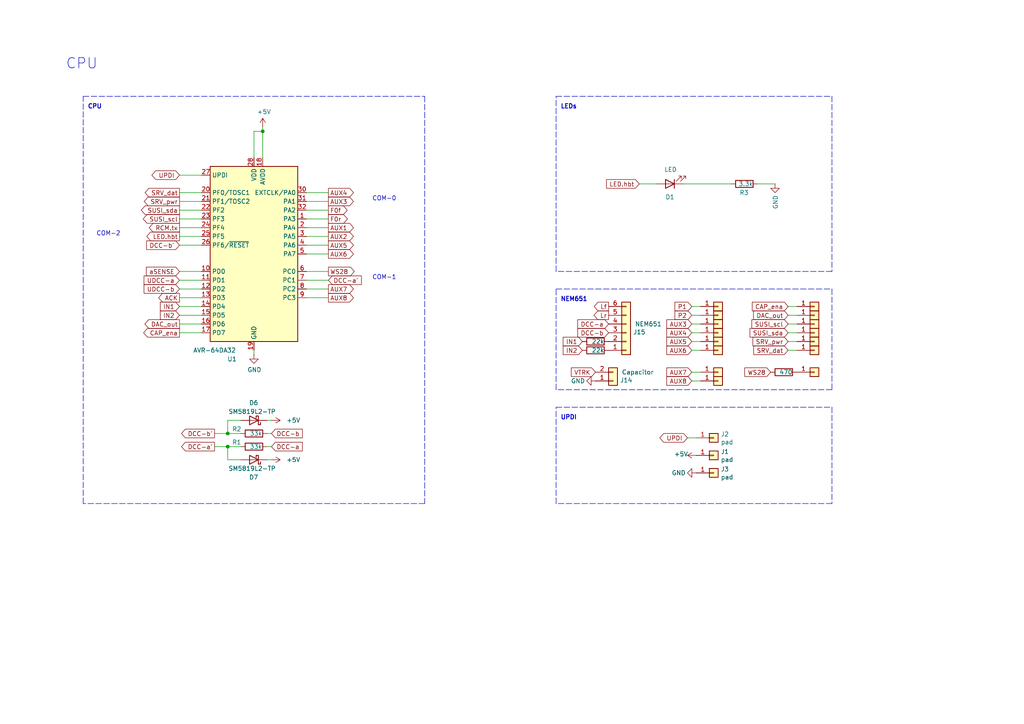
<source format=kicad_sch>
(kicad_sch (version 20250114) (generator "eeschema") (generator_version "9.0")
  (paper "A4")
  (title_block (title "RTB D98-Function NEM651 Decoder") (date "2026-02-20") (rev "0") (company "Frank Schumacher/Felix Schilberth") (comment 1 "Funktions Decoder NEM651") (comment 4 "Licensed under the Apache License, Version 2"))
  (lib_symbols
    (symbol "Connector_Generic:Conn_01x01" (pin_names (offset 1.016) (hide yes))
      (property "Reference" "J" (at 0 2.54 0))
      (property "Value" "Conn_01x01" (at 0 -2.54 0))
      (symbol "Conn_01x01_1_1"
        (rectangle (start -1.27 1.27) (end 1.27 -1.27) (stroke (width 0.254)) (fill (type background)))
        (rectangle (start -1.27 0.127) (end 0 -0.127) (stroke (width 0.1524)))
        (pin passive line (at -5.08 0 0) (length 3.81) (name "Pin_1") (number "1"))
      )
    )
    (symbol "Connector_Generic:Conn_01x02" (pin_names (offset 1.016) (hide yes))
      (property "Reference" "J" (at 0 2.54 0))
      (property "Value" "Conn_01x02" (at 0 -5.08 0))
      (symbol "Conn_01x02_1_1"
        (rectangle (start -1.27 1.27) (end 1.27 -3.81) (stroke (width 0.254)) (fill (type background)))
        (rectangle (start -1.27 0.127) (end 0 -0.127) (stroke (width 0.1524)))
        (rectangle (start -1.27 -2.413) (end 0 -2.667) (stroke (width 0.1524)))
        (pin passive line (at -5.08 0 0) (length 3.81) (name "Pin_1") (number "1"))
        (pin passive line (at -5.08 -2.54 0) (length 3.81) (name "Pin_2") (number "2"))
      )
    )
    (symbol "Connector_Generic:Conn_01x06" (pin_names (offset 1.016) (hide yes))
      (property "Reference" "J" (at 0 7.62 0))
      (property "Value" "Conn_01x06" (at 0 -10.16 0))
      (symbol "Conn_01x06_1_1"
        (rectangle (start -1.27 6.35) (end 1.27 -8.89) (stroke (width 0.254)) (fill (type background)))
        (rectangle (start -1.27 5.207) (end 0 4.953) (stroke (width 0.1524)))
        (rectangle (start -1.27 2.667) (end 0 2.413) (stroke (width 0.1524)))
        (rectangle (start -1.27 0.127) (end 0 -0.127) (stroke (width 0.1524)))
        (rectangle (start -1.27 -2.413) (end 0 -2.667) (stroke (width 0.1524)))
        (rectangle (start -1.27 -4.953) (end 0 -5.207) (stroke (width 0.1524)))
        (rectangle (start -1.27 -7.493) (end 0 -7.747) (stroke (width 0.1524)))
        (pin passive line (at -5.08 5.08 0) (length 3.81) (name "Pin_1") (number "1"))
        (pin passive line (at -5.08 2.54 0) (length 3.81) (name "Pin_2") (number "2"))
        (pin passive line (at -5.08 0 0) (length 3.81) (name "Pin_3") (number "3"))
        (pin passive line (at -5.08 -2.54 0) (length 3.81) (name "Pin_4") (number "4"))
        (pin passive line (at -5.08 -5.08 0) (length 3.81) (name "Pin_5") (number "5"))
        (pin passive line (at -5.08 -7.62 0) (length 3.81) (name "Pin_6") (number "6"))
      )
    )
    (symbol "Device:D_Schottky" (pin_numbers (hide yes)) (pin_names (offset 1.016) (hide yes))
      (property "Reference" "D" (at 0 2.54 0))
      (property "Value" "D_Schottky" (at 0 -2.54 0))
      (symbol "D_Schottky_0_1"
        (polyline (pts (xy -1.905 0.635) (xy -1.905 1.27) (xy -1.27 1.27) (xy -1.27 -1.27) (xy -0.635 -1.27) (xy -0.635 -0.635)) (stroke (width 0.254)))
        (polyline (pts (xy 1.27 1.27) (xy 1.27 -1.27) (xy -1.27 0) (xy 1.27 1.27)) (stroke (width 0.254)))
        (polyline (pts (xy 1.27 0) (xy -1.27 0)))
      )
      (symbol "D_Schottky_1_1"
        (pin passive line (at -3.81 0 0) (length 2.54) (name "K") (number "1"))
        (pin passive line (at 3.81 0 180) (length 2.54) (name "A") (number "2"))
      )
    )
    (symbol "Device:LED" (pin_numbers (hide yes)) (pin_names (offset 1.016) (hide yes))
      (property "Reference" "D" (at 0 2.54 0))
      (property "Value" "LED" (at 0 -2.54 0))
      (symbol "LED_0_1"
        (polyline (pts (xy -3.048 -0.762) (xy -4.572 -2.286) (xy -3.81 -2.286) (xy -4.572 -2.286) (xy -4.572 -1.524)))
        (polyline (pts (xy -1.778 -0.762) (xy -3.302 -2.286) (xy -2.54 -2.286) (xy -3.302 -2.286) (xy -3.302 -1.524)))
        (polyline (pts (xy -1.27 0) (xy 1.27 0)))
        (polyline (pts (xy -1.27 -1.27) (xy -1.27 1.27)) (stroke (width 0.254)))
        (polyline (pts (xy 1.27 -1.27) (xy 1.27 1.27) (xy -1.27 0) (xy 1.27 -1.27)) (stroke (width 0.254)))
      )
      (symbol "LED_1_1"
        (pin passive line (at -3.81 0 0) (length 2.54) (name "K") (number "1"))
        (pin passive line (at 3.81 0 180) (length 2.54) (name "A") (number "2"))
      )
    )
    (symbol "Device:R" (pin_numbers (hide yes)) (pin_names (offset 0))
      (property "Reference" "R" (at 2.032 0 90))
      (property "Value" "R" (at 0 0 90))
      (symbol "R_0_1"
        (rectangle (start -1.016 -2.54) (end 1.016 2.54) (stroke (width 0.254)))
      )
      (symbol "R_1_1"
        (pin passive line (at 0 3.81 270) (length 1.27) (name "~") (number "1"))
        (pin passive line (at 0 -3.81 90) (length 1.27) (name "~") (number "2"))
      )
    )
    (symbol "MCU_Microchip_ATmega:ATmega4808-M"
      (property "Reference" "U" (at -12.7 26.67 0))
      (property "Value" "ATmega4808-M" (at 2.54 -26.67 0))
      (symbol "ATmega4808-M_0_1"
        (rectangle (start -12.7 -25.4) (end 12.7 25.4) (stroke (width 0.254)) (fill (type background)))
      )
      (symbol "ATmega4808-M_1_1"
        (pin bidirectional line (at -15.24 22.86 0) (length 2.54) (name "UPDI") (number "27"))
        (pin bidirectional line (at -15.24 17.78 0) (length 2.54) (name "PF0/TOSC1") (number "20"))
        (pin bidirectional line (at -15.24 15.24 0) (length 2.54) (name "PF1/TOSC2") (number "21"))
        (pin bidirectional line (at -15.24 12.7 0) (length 2.54) (name "PF2") (number "22"))
        (pin bidirectional line (at -15.24 10.16 0) (length 2.54) (name "PF3") (number "23"))
        (pin bidirectional line (at -15.24 7.62 0) (length 2.54) (name "PF4") (number "24"))
        (pin bidirectional line (at -15.24 5.08 0) (length 2.54) (name "PF5") (number "25"))
        (pin bidirectional line (at -15.24 2.54 0) (length 2.54) (name "PF6/~{RESET}") (number "26"))
        (pin bidirectional line (at -15.24 -5.08 0) (length 2.54) (name "PD0") (number "10"))
        (pin bidirectional line (at -15.24 -7.62 0) (length 2.54) (name "PD1") (number "11"))
        (pin bidirectional line (at -15.24 -10.16 0) (length 2.54) (name "PD2") (number "12"))
        (pin bidirectional line (at -15.24 -12.7 0) (length 2.54) (name "PD3") (number "13"))
        (pin bidirectional line (at -15.24 -15.24 0) (length 2.54) (name "PD4") (number "14"))
        (pin bidirectional line (at -15.24 -17.78 0) (length 2.54) (name "PD5") (number "15"))
        (pin bidirectional line (at -15.24 -20.32 0) (length 2.54) (name "PD6") (number "16"))
        (pin bidirectional line (at -15.24 -22.86 0) (length 2.54) (name "PD7") (number "17"))
        (pin power_in line (at 0 27.94 270) (length 2.54) (name "VDD") (number "28"))
        (pin power_in line (at 0 -27.94 90) (length 2.54) (name "GND") (number "19"))
        (pin passive line (at 0 -27.94 90) (length 2.54) (hide yes) (name "GND") (number "29"))
        (pin passive line (at 0 -27.94 90) (length 2.54) (hide yes) (name "GND") (number "33"))
        (pin power_in line (at 2.54 27.94 270) (length 2.54) (name "AVDD") (number "18"))
        (pin bidirectional line (at 15.24 17.78 180) (length 2.54) (name "EXTCLK/PA0") (number "30"))
        (pin bidirectional line (at 15.24 15.24 180) (length 2.54) (name "PA1") (number "31"))
        (pin bidirectional line (at 15.24 12.7 180) (length 2.54) (name "PA2") (number "32"))
        (pin bidirectional line (at 15.24 10.16 180) (length 2.54) (name "PA3") (number "1"))
        (pin bidirectional line (at 15.24 7.62 180) (length 2.54) (name "PA4") (number "2"))
        (pin bidirectional line (at 15.24 5.08 180) (length 2.54) (name "PA5") (number "3"))
        (pin bidirectional line (at 15.24 2.54 180) (length 2.54) (name "PA6") (number "4"))
        (pin bidirectional line (at 15.24 0 180) (length 2.54) (name "PA7") (number "5"))
        (pin bidirectional line (at 15.24 -5.08 180) (length 2.54) (name "PC0") (number "6"))
        (pin bidirectional line (at 15.24 -7.62 180) (length 2.54) (name "PC1") (number "7"))
        (pin bidirectional line (at 15.24 -10.16 180) (length 2.54) (name "PC2") (number "8"))
        (pin bidirectional line (at 15.24 -12.7 180) (length 2.54) (name "PC3") (number "9"))
      )
    )
    (symbol "power:+3V3" (power) (pin_numbers (hide yes)) (pin_names (offset 0) (hide yes))
      (property "Value" "+3V3" (at 0 3.556 0))
      (symbol "+3V3_0_1"
        (polyline (pts (xy -0.762 1.27) (xy 0 2.54)))
        (polyline (pts (xy 0 2.54) (xy 0.762 1.27)))
        (polyline (pts (xy 0 0) (xy 0 2.54)))
      )
      (symbol "+3V3_1_1"
        (pin power_in line (at 0 0 90) (length 0) (name "~") (number "1"))
      )
    )
    (symbol "power:GND" (power) (pin_numbers (hide yes)) (pin_names (offset 0) (hide yes))
      (property "Value" "GND" (at 0 -3.81 0))
      (symbol "GND_0_1"
        (polyline (pts (xy 0 0) (xy 0 -1.27) (xy 1.27 -1.27) (xy 0 -2.54) (xy -1.27 -1.27) (xy 0 -1.27)))
      )
      (symbol "GND_1_1"
        (pin power_in line (at 0 0 270) (length 0) (name "~") (number "1"))
      )
    )
  )
  (text "UPDI" (at 162.56 121.92 0) (effects (font (size 1.27 1.27) (thickness 0.254) (bold yes)) (justify left bottom)))
  (text "COM-2\n" (at 27.94 68.58 0) (effects (font (size 1.27 1.27)) (justify left bottom)))
  (text "COM-0" (at 107.95 58.42 0) (effects (font (size 1.27 1.27)) (justify left bottom)))
  (text "CPU" (at 19.05 20.32 0) (effects (font (size 2.9972 2.9972)) (justify left bottom)))
  (text "CPU" (at 25.4 31.75 0) (effects (font (size 1.27 1.27) (thickness 0.254) (bold yes)) (justify left bottom)))
  (text "NEM651" (at 162.56 87.63 0) (effects (font (size 1.27 1.27) (thickness 0.254) (bold yes)) (justify left bottom)))
  (text "LEDs" (at 162.56 31.75 0) (effects (font (size 1.27 1.27) (thickness 0.254) (bold yes)) (justify left bottom)))
  (text "COM-1" (at 107.95 81.28 0) (effects (font (size 1.27 1.27)) (justify left bottom)))
  (junction (at 76.2 38.1))
  (junction (at 66.04 125.73))
  (junction (at 66.04 129.54))
  (wire (pts (xy 88.9 68.58) (xy 95.25 68.58)))
  (wire (pts (xy 52.07 71.12) (xy 58.42 71.12)))
  (wire (pts (xy 77.47 121.92) (xy 78.74 121.92)))
  (wire (pts (xy 200.66 93.98) (xy 203.2 93.98)))
  (wire (pts (xy 88.9 73.66) (xy 95.25 73.66)))
  (polyline (pts (xy 241.3 27.94) (xy 241.3 78.74)) (stroke (width 0) (type dash)))
  (polyline (pts (xy 123.19 27.94) (xy 123.19 146.05)) (stroke (width 0) (type dash)))
  (wire (pts (xy 88.9 63.5) (xy 95.25 63.5)))
  (polyline (pts (xy 161.29 146.05) (xy 161.29 118.11)) (stroke (width 0) (type dash)))
  (wire (pts (xy 231.14 96.52) (xy 228.6 96.52)))
  (polyline (pts (xy 241.3 78.74) (xy 161.29 78.74)) (stroke (width 0) (type dash)))
  (wire (pts (xy 52.07 58.42) (xy 58.42 58.42)))
  (wire (pts (xy 66.04 125.73) (xy 69.85 125.73)))
  (wire (pts (xy 52.07 96.52) (xy 58.42 96.52)))
  (wire (pts (xy 52.07 81.28) (xy 58.42 81.28)))
  (polyline (pts (xy 24.13 146.05) (xy 24.13 27.94)) (stroke (width 0) (type dash)))
  (wire (pts (xy 52.07 60.96) (xy 58.42 60.96)))
  (wire (pts (xy 231.14 88.9) (xy 228.6 88.9)))
  (wire (pts (xy 73.66 101.6) (xy 73.66 102.87)))
  (wire (pts (xy 69.85 121.92) (xy 66.04 121.92)))
  (polyline (pts (xy 24.13 27.94) (xy 123.19 27.94)) (stroke (width 0) (type dash)))
  (wire (pts (xy 88.9 86.36) (xy 95.25 86.36)))
  (polyline (pts (xy 161.29 27.94) (xy 241.3 27.94)) (stroke (width 0) (type dash)))
  (wire (pts (xy 88.9 81.28) (xy 95.25 81.28)))
  (polyline (pts (xy 123.19 146.05) (xy 24.13 146.05)) (stroke (width 0) (type dash)))
  (wire (pts (xy 62.23 129.54) (xy 66.04 129.54)))
  (polyline (pts (xy 241.3 113.03) (xy 161.29 113.03)) (stroke (width 0) (type dash)))
  (polyline (pts (xy 161.29 83.82) (xy 241.3 83.82)) (stroke (width 0) (type dash)))
  (wire (pts (xy 76.2 36.83) (xy 76.2 38.1)))
  (wire (pts (xy 66.04 133.35) (xy 66.04 129.54)))
  (wire (pts (xy 52.07 66.04) (xy 58.42 66.04)))
  (wire (pts (xy 203.2 107.95) (xy 200.66 107.95)))
  (wire (pts (xy 231.14 93.98) (xy 228.6 93.98)))
  (wire (pts (xy 77.47 125.73) (xy 78.74 125.73)))
  (wire (pts (xy 52.07 63.5) (xy 58.42 63.5)))
  (polyline (pts (xy 241.3 118.11) (xy 241.3 146.05)) (stroke (width 0) (type dash)))
  (wire (pts (xy 88.9 83.82) (xy 95.25 83.82)))
  (wire (pts (xy 88.9 78.74) (xy 95.25 78.74)))
  (wire (pts (xy 231.14 101.6) (xy 228.6 101.6)))
  (wire (pts (xy 62.23 125.73) (xy 66.04 125.73)))
  (polyline (pts (xy 161.29 118.11) (xy 241.3 118.11)) (stroke (width 0) (type dash)))
  (wire (pts (xy 69.85 133.35) (xy 66.04 133.35)))
  (wire (pts (xy 52.07 91.44) (xy 58.42 91.44)))
  (wire (pts (xy 203.2 88.9) (xy 200.66 88.9)))
  (wire (pts (xy 52.07 83.82) (xy 58.42 83.82)))
  (wire (pts (xy 200.66 96.52) (xy 203.2 96.52)))
  (wire (pts (xy 66.04 121.92) (xy 66.04 125.73)))
  (wire (pts (xy 78.74 129.54) (xy 77.47 129.54)))
  (wire (pts (xy 185.42 53.34) (xy 190.5 53.34)))
  (polyline (pts (xy 241.3 83.82) (xy 241.3 113.03)) (stroke (width 0) (type dash)))
  (wire (pts (xy 231.14 91.44) (xy 228.6 91.44)))
  (wire (pts (xy 66.04 129.54) (xy 69.85 129.54)))
  (wire (pts (xy 203.2 110.49) (xy 200.66 110.49)))
  (wire (pts (xy 76.2 38.1) (xy 76.2 45.72)))
  (wire (pts (xy 200.66 101.6) (xy 203.2 101.6)))
  (wire (pts (xy 52.07 55.88) (xy 58.42 55.88)))
  (wire (pts (xy 88.9 60.96) (xy 95.25 60.96)))
  (wire (pts (xy 73.66 38.1) (xy 76.2 38.1)))
  (wire (pts (xy 52.07 93.98) (xy 58.42 93.98)))
  (wire (pts (xy 231.14 99.06) (xy 228.6 99.06)))
  (wire (pts (xy 73.66 38.1) (xy 73.66 45.72)))
  (wire (pts (xy 52.07 68.58) (xy 58.42 68.58)))
  (wire (pts (xy 88.9 66.04) (xy 95.25 66.04)))
  (wire (pts (xy 203.2 91.44) (xy 200.66 91.44)))
  (wire (pts (xy 88.9 71.12) (xy 95.25 71.12)))
  (wire (pts (xy 52.07 88.9) (xy 58.42 88.9)))
  (wire (pts (xy 199.39 127) (xy 201.93 127)))
  (wire (pts (xy 198.12 53.34) (xy 212.09 53.34)))
  (wire (pts (xy 52.07 50.8) (xy 58.42 50.8)))
  (wire (pts (xy 77.47 133.35) (xy 78.74 133.35)))
  (polyline (pts (xy 161.29 78.74) (xy 161.29 27.94)) (stroke (width 0) (type dash)))
  (polyline (pts (xy 241.3 146.05) (xy 161.29 146.05)) (stroke (width 0) (type dash)))
  (wire (pts (xy 88.9 55.88) (xy 95.25 55.88)))
  (wire (pts (xy 58.42 78.74) (xy 52.07 78.74)))
  (polyline (pts (xy 161.29 113.03) (xy 161.29 83.82)) (stroke (width 0) (type dash)))
  (wire (pts (xy 52.07 86.36) (xy 58.42 86.36)))
  (wire (pts (xy 200.66 99.06) (xy 203.2 99.06)))
  (wire (pts (xy 219.71 53.34) (xy 224.79 53.34)))
  (wire (pts (xy 88.9 58.42) (xy 95.25 58.42)))
  (global_label "ACK" (shape output) (at 52.07 86.36 180) (property "Intersheetrefs" "${INTERSHEET_REFS}" (effects (hide yes))))
  (global_label "WS28" (shape output) (at 95.25 78.74 0) (property "Intersheetrefs" "${INTERSHEET_REFS}" (effects (hide yes))))
  (global_label "SUSI_sda" (shape output) (at 52.07 60.96 180) (property "Intersheetrefs" "${INTERSHEET_REFS}" (effects (hide yes))))
  (global_label "DAC_out" (shape input) (at 228.6 91.44 180) (property "Intersheetrefs" "${INTERSHEET_REFS}" (effects (hide yes))))
  (global_label "UPDI" (shape bidirectional) (at 199.39 127 180) (property "Intersheetrefs" "${INTERSHEET_REFS}" (effects (hide yes))))
  (global_label "AUX8" (shape output) (at 95.25 86.36 0) (property "Intersheetrefs" "${INTERSHEET_REFS}" (effects (hide yes))))
  (global_label "aSENSE" (shape input) (at 52.07 78.74 180) (property "Intersheetrefs" "${INTERSHEET_REFS}" (effects (hide yes))))
  (global_label "DCC-b" (shape input) (at 78.74 125.73 0) (property "Intersheetrefs" "${INTERSHEET_REFS}" (effects (hide yes))))
  (global_label "DCC-b" (shape input) (at 176.53 96.52 180) (property "Intersheetrefs" "${INTERSHEET_REFS}" (effects (hide yes))))
  (global_label "UDCC-b" (shape input) (at 52.07 83.82 180) (property "Intersheetrefs" "${INTERSHEET_REFS}" (effects (hide yes))))
  (global_label "SUSI_scl" (shape input) (at 228.6 93.98 180) (property "Intersheetrefs" "${INTERSHEET_REFS}" (effects (hide yes))))
  (global_label "DCC-a" (shape input) (at 78.74 129.54 0) (property "Intersheetrefs" "${INTERSHEET_REFS}" (effects (hide yes))))
  (global_label "UDCC-a" (shape input) (at 52.07 81.28 180) (property "Intersheetrefs" "${INTERSHEET_REFS}" (effects (hide yes))))
  (global_label "SRV_dat" (shape output) (at 52.07 55.88 180) (property "Intersheetrefs" "${INTERSHEET_REFS}" (effects (hide yes))))
  (global_label "AUX3" (shape output) (at 95.25 58.42 0) (property "Intersheetrefs" "${INTERSHEET_REFS}" (effects (hide yes))))
  (global_label "SRV_pwr" (shape input) (at 228.6 99.06 180) (property "Intersheetrefs" "${INTERSHEET_REFS}" (effects (hide yes))))
  (global_label "AUX7" (shape input) (at 200.66 107.95 180) (property "Intersheetrefs" "${INTERSHEET_REFS}" (effects (hide yes))))
  (global_label "AUX4" (shape output) (at 95.25 55.88 0) (property "Intersheetrefs" "${INTERSHEET_REFS}" (effects (hide yes))))
  (global_label "SUSI_scl" (shape output) (at 52.07 63.5 180) (property "Intersheetrefs" "${INTERSHEET_REFS}" (effects (hide yes))))
  (global_label "AUX5" (shape input) (at 200.66 99.06 180) (property "Intersheetrefs" "${INTERSHEET_REFS}" (effects (hide yes))))
  (global_label "VTRK" (shape input) (at 172.72 107.95 180) (property "Intersheetrefs" "${INTERSHEET_REFS}" (effects (hide yes))))
  (global_label "AUX4" (shape input) (at 200.66 96.52 180) (property "Intersheetrefs" "${INTERSHEET_REFS}" (effects (hide yes))))
  (global_label "AUX3" (shape input) (at 200.66 93.98 180) (property "Intersheetrefs" "${INTERSHEET_REFS}" (effects (hide yes))))
  (global_label "IN2" (shape input) (at 52.07 91.44 180) (property "Intersheetrefs" "${INTERSHEET_REFS}" (effects (hide yes))))
  (global_label "CAP_ena" (shape input) (at 228.6 88.9 180) (property "Intersheetrefs" "${INTERSHEET_REFS}" (effects (hide yes))))
  (global_label "AUX6" (shape output) (at 95.25 73.66 0) (property "Intersheetrefs" "${INTERSHEET_REFS}" (effects (hide yes))))
  (global_label "CAP_ena" (shape output) (at 52.07 96.52 180) (property "Intersheetrefs" "${INTERSHEET_REFS}" (effects (hide yes))))
  (global_label "RCM.tx" (shape output) (at 52.07 66.04 180) (property "Intersheetrefs" "${INTERSHEET_REFS}" (effects (hide yes))))
  (global_label "Lf" (shape output) (at 176.53 88.9 180) (property "Intersheetrefs" "${INTERSHEET_REFS}" (effects (hide yes))))
  (global_label "Lr" (shape output) (at 176.53 91.44 180) (property "Intersheetrefs" "${INTERSHEET_REFS}" (effects (hide yes))))
  (global_label "AUX7" (shape output) (at 95.25 83.82 0) (property "Intersheetrefs" "${INTERSHEET_REFS}" (effects (hide yes))))
  (global_label "SUSI_sda" (shape input) (at 228.6 96.52 180) (property "Intersheetrefs" "${INTERSHEET_REFS}" (effects (hide yes))))
  (global_label "LED.hbt" (shape output) (at 52.07 68.58 180) (property "Intersheetrefs" "${INTERSHEET_REFS}" (effects (hide yes))))
  (global_label "AUX1" (shape output) (at 95.25 66.04 0) (property "Intersheetrefs" "${INTERSHEET_REFS}" (effects (hide yes))))
  (global_label "LED.hbt" (shape input) (at 185.42 53.34 180) (property "Intersheetrefs" "${INTERSHEET_REFS}" (effects (hide yes))))
  (global_label "SRV_dat" (shape input) (at 228.6 101.6 180) (property "Intersheetrefs" "${INTERSHEET_REFS}" (effects (hide yes))))
  (global_label "DAC_out" (shape output) (at 52.07 93.98 180) (property "Intersheetrefs" "${INTERSHEET_REFS}" (effects (hide yes))))
  (global_label "P1" (shape input) (at 200.66 88.9 180) (property "Intersheetrefs" "${INTERSHEET_REFS}" (effects (hide yes))))
  (global_label "IN1" (shape input) (at 168.91 99.06 180) (property "Intersheetrefs" "${INTERSHEET_REFS}" (effects (hide yes))))
  (global_label "AUX5" (shape output) (at 95.25 71.12 0) (property "Intersheetrefs" "${INTERSHEET_REFS}" (effects (hide yes))))
  (global_label "P2" (shape input) (at 200.66 91.44 180) (property "Intersheetrefs" "${INTERSHEET_REFS}" (effects (hide yes))))
  (global_label "DCC-b'" (shape input) (at 52.07 71.12 180) (property "Intersheetrefs" "${INTERSHEET_REFS}" (effects (hide yes))))
  (global_label "DCC-a'" (shape input) (at 95.25 81.28 0) (property "Intersheetrefs" "${INTERSHEET_REFS}" (effects (hide yes))))
  (global_label "WS28" (shape input) (at 223.52 107.95 180) (property "Intersheetrefs" "${INTERSHEET_REFS}" (effects (hide yes))))
  (global_label "DCC-a'" (shape output) (at 62.23 129.54 180) (property "Intersheetrefs" "${INTERSHEET_REFS}" (effects (hide yes))))
  (global_label "F0f" (shape output) (at 95.25 60.96 0) (property "Intersheetrefs" "${INTERSHEET_REFS}" (effects (hide yes))))
  (global_label "AUX8" (shape input) (at 200.66 110.49 180) (property "Intersheetrefs" "${INTERSHEET_REFS}" (effects (hide yes))))
  (global_label "DCC-a" (shape input) (at 176.53 93.98 180) (property "Intersheetrefs" "${INTERSHEET_REFS}" (effects (hide yes))))
  (global_label "F0r" (shape output) (at 95.25 63.5 0) (property "Intersheetrefs" "${INTERSHEET_REFS}" (effects (hide yes))))
  (global_label "DCC-b'" (shape output) (at 62.23 125.73 180) (property "Intersheetrefs" "${INTERSHEET_REFS}" (effects (hide yes))))
  (global_label "SRV_pwr" (shape output) (at 52.07 58.42 180) (property "Intersheetrefs" "${INTERSHEET_REFS}" (effects (hide yes))))
  (global_label "IN1" (shape input) (at 52.07 88.9 180) (property "Intersheetrefs" "${INTERSHEET_REFS}" (effects (hide yes))))
  (global_label "IN2" (shape input) (at 168.91 101.6 180) (property "Intersheetrefs" "${INTERSHEET_REFS}" (effects (hide yes))))
  (global_label "AUX2" (shape output) (at 95.25 68.58 0) (property "Intersheetrefs" "${INTERSHEET_REFS}" (effects (hide yes))))
  (global_label "UPDI" (shape bidirectional) (at 52.07 50.8 180) (property "Intersheetrefs" "${INTERSHEET_REFS}" (effects (hide yes))))
  (global_label "AUX6" (shape input) (at 200.66 101.6 180) (property "Intersheetrefs" "${INTERSHEET_REFS}" (effects (hide yes))))
  (symbol (lib_id "power:+3V3") (at 76.2 36.83 0) (unit 1)
    (property "Reference" "#PWR0111" (effects (hide yes)))
    (property "Value" "+5V" (at 76.581 32.4358 0))
  )
  (symbol (lib_id "Device:R") (at 73.66 129.54 270) (unit 1)
    (property "Reference" "R1" (at 67.31 128.27 90) (effects (justify left)))
    (property "Value" "33k" (at 72.39 129.54 90) (effects (justify left)))
    (property "Footprint" "Resistor_SMD:R_0402_1005Metric" (effects (hide yes)))
  )
  (symbol (lib_id "Device:R") (at 73.66 125.73 270) (unit 1)
    (property "Reference" "R2" (at 67.31 124.46 90) (effects (justify left)))
    (property "Value" "33k" (at 72.39 125.73 90) (effects (justify left)))
    (property "Footprint" "Resistor_SMD:R_0402_1005Metric" (effects (hide yes)))
  )
  (symbol (lib_id "MCU_Microchip_ATmega:ATmega4808-M") (at 73.66 73.66 0) (unit 1)
    (property "Reference" "U1" (at 67.31 104.14 0))
    (property "Value" "AVR-64DA32" (at 62.23 101.6 0))
    (property "Footprint" "Package_DFN_QFN:VQFN-32-1EP_5x5mm_P0.5mm_EP3.1x3.1mm" (effects (hide yes)))
    (property "Datasheet" "http://ww1.microchip.com/downloads/en/DeviceDoc/40002016A.pdf" (effects (hide yes)))
  )
  (symbol (lib_id "power:GND") (at 73.66 102.87 0) (unit 1)
    (property "Reference" "#PWR0110" (effects (hide yes)))
    (property "Value" "GND" (at 73.787 107.2642 0))
  )
  (symbol (lib_id "Device:R") (at 215.9 53.34 90) (unit 1)
    (property "Reference" "R3" (at 217.17 55.88 90) (effects (justify left)))
    (property "Value" "3.3k" (at 218.44 53.34 90) (effects (justify left)))
    (property "Footprint" "Resistor_SMD:R_0402_1005Metric" (effects (hide yes)))
  )
  (symbol (lib_id "Device:LED") (at 194.31 53.34 180) (unit 1)
    (property "Reference" "D1" (at 194.31 57.15 0))
    (property "Value" "LED" (at 194.4878 49.1744 0))
    (property "Footprint" "LED_SMD:LED_0402_1005Metric" (effects (hide yes)))
  )
  (symbol (lib_id "power:GND") (at 224.79 53.34 0) (unit 1)
    (property "Reference" "#PWR0102" (effects (hide yes)))
    (property "Value" "GND" (at 224.917 56.5912 90) (effects (justify right)))
  )
  (symbol (lib_id "Connector_Generic:Conn_01x01") (at 207.01 127 0) (unit 1)
    (property "Reference" "J2" (at 209.042 125.9332 0) (effects (justify left)))
    (property "Value" "pad" (at 209.042 128.2446 0) (effects (justify left)))
    (property "Footprint" "Custom_Parts:Solder_Pad_1x1mm" (effects (hide yes)))
  )
  (symbol (lib_id "Connector_Generic:Conn_01x01") (at 207.01 137.16 0) (unit 1)
    (property "Reference" "J3" (at 209.042 136.0932 0) (effects (justify left)))
    (property "Value" "pad" (at 209.042 138.4046 0) (effects (justify left)))
    (property "Footprint" "Custom_Parts:Solder_Pad_1x1mm" (effects (hide yes)))
  )
  (symbol (lib_id "Connector_Generic:Conn_01x01") (at 207.01 132.08 0) (unit 1)
    (property "Reference" "J1" (at 209.042 131.0132 0) (effects (justify left)))
    (property "Value" "pad" (at 209.042 133.3246 0) (effects (justify left)))
    (property "Footprint" "Custom_Parts:Solder_Pad_1x1mm" (effects (hide yes)))
  )
  (symbol (lib_id "power:+3V3") (at 201.93 132.08 90) (unit 1)
    (property "Reference" "#PWR0118" (effects (hide yes)))
    (property "Value" "+5V" (at 197.5358 131.699 90))
  )
  (symbol (lib_id "Device:D_Schottky") (at 73.66 121.92 180) (unit 1)
    (property "Reference" "D6" (at 74.93 116.84 0) (effects (justify left)))
    (property "Value" "SM5819L2-TP" (at 80.01 119.38 0) (effects (justify left)))
    (property "Footprint" "RTB:SM5819L2TP" (effects (hide yes)))
  )
  (symbol (lib_id "power:+3V3") (at 78.74 121.92 270) (unit 1)
    (property "Reference" "#PWR0120" (effects (hide yes)))
    (property "Value" "+5V" (at 85.09 121.92 90))
  )
  (symbol (lib_id "Device:D_Schottky") (at 73.66 133.35 180) (unit 1)
    (property "Reference" "D7" (at 74.93 138.43 0) (effects (justify left)))
    (property "Value" "SM5819L2-TP" (at 80.01 135.89 0) (effects (justify left)))
    (property "Footprint" "RTB:SM5819L2TP" (effects (hide yes)))
  )
  (symbol (lib_id "power:+3V3") (at 78.74 133.35 270) (unit 1)
    (property "Reference" "#PWR0121" (effects (hide yes)))
    (property "Value" "+5V" (at 85.09 133.35 90))
  )
  (symbol (lib_id "Connector_Generic:Conn_01x01") (at 208.28 91.44 0) (unit 1)
    (property "Reference" "J9" (effects (hide yes)))
    (property "Value" "pad" (effects (hide yes)))
    (property "Footprint" "Custom_Parts:Solder_Pad_1x1mm" (effects (hide yes)))
  )
  (symbol (lib_id "Connector_Generic:Conn_01x01") (at 236.22 91.44 0) (unit 1)
    (property "Reference" "J7" (effects (hide yes)))
    (property "Value" "pad" (effects (hide yes)))
    (property "Footprint" "Custom_Parts:Solder_Pad_1x1mm" (effects (hide yes)))
  )
  (symbol (lib_id "Connector_Generic:Conn_01x01") (at 236.22 88.9 0) (unit 1)
    (property "Reference" "J13" (effects (hide yes)))
    (property "Value" "pad" (effects (hide yes)))
    (property "Footprint" "Custom_Parts:Solder_Pad_1x1mm" (effects (hide yes)))
  )
  (symbol (lib_id "Connector_Generic:Conn_01x01") (at 208.28 93.98 0) (unit 1)
    (property "Reference" "J17" (effects (hide yes)))
    (property "Value" "pad" (effects (hide yes)))
    (property "Footprint" "Custom_Parts:Solder_Pad_1x1mm" (effects (hide yes)))
  )
  (symbol (lib_id "Connector_Generic:Conn_01x01") (at 236.22 93.98 0) (unit 1)
    (property "Reference" "J6" (effects (hide yes)))
    (property "Value" "pad" (effects (hide yes)))
    (property "Footprint" "Custom_Parts:Solder_Pad_1x1mm" (effects (hide yes)))
  )
  (symbol (lib_id "Device:R") (at 172.72 101.6 90) (unit 1)
    (property "Reference" "R14" (effects (hide yes)))
    (property "Value" "22k" (at 175.26 101.6 90) (effects (justify left)))
    (property "Footprint" "Resistor_SMD:R_0402_1005Metric" (effects (hide yes)))
  )
  (symbol (lib_id "Connector_Generic:Conn_01x06") (at 181.61 96.52 0) (mirror x) (unit 1)
    (property "Reference" "J15" (at 183.642 96.3168 0) (effects (justify left)))
    (property "Value" "NEM651" (at 184.15 93.98 0) (effects (justify left)))
    (property "Footprint" "Connector_PinHeader_1.27mm:PinHeader_1x06_P1.27mm_Horizontal" (effects (hide yes)))
  )
  (symbol (lib_id "Connector_Generic:Conn_01x02") (at 177.8 110.49 0) (mirror x) (unit 1)
    (property "Reference" "J14" (at 179.832 110.2868 0) (effects (justify left)))
    (property "Value" "Capacitor" (at 180.34 107.95 0) (effects (justify left)))
    (property "Footprint" "Connector_PinHeader_1.27mm:PinHeader_1x02_P1.27mm_Horizontal" (effects (hide yes)))
  )
  (symbol (lib_id "Connector_Generic:Conn_01x01") (at 208.28 99.06 0) (unit 1)
    (property "Reference" "J19" (effects (hide yes)))
    (property "Value" "pad" (effects (hide yes)))
    (property "Footprint" "Custom_Parts:Solder_Pad_1x1mm" (effects (hide yes)))
  )
  (symbol (lib_id "Connector_Generic:Conn_01x01") (at 208.28 107.95 0) (unit 1)
    (property "Reference" "J20" (effects (hide yes)))
    (property "Value" "pad" (effects (hide yes)))
    (property "Footprint" "Custom_Parts:Solder_Pad_1x1mm" (effects (hide yes)))
  )
  (symbol (lib_id "Connector_Generic:Conn_01x01") (at 236.22 99.06 0) (unit 1)
    (property "Reference" "J16" (effects (hide yes)))
    (property "Value" "pad" (effects (hide yes)))
    (property "Footprint" "Custom_Parts:Solder_Pad_1x1mm" (effects (hide yes)))
  )
  (symbol (lib_id "power:GND") (at 172.72 110.49 270) (unit 1)
    (property "Reference" "#PWR0123" (effects (hide yes)))
    (property "Value" "GND" (at 167.64 110.49 90))
  )
  (symbol (lib_id "Connector_Generic:Conn_01x01") (at 208.28 101.6 0) (unit 1)
    (property "Reference" "J11" (effects (hide yes)))
    (property "Value" "pad" (effects (hide yes)))
    (property "Footprint" "Custom_Parts:Solder_Pad_1x1mm" (effects (hide yes)))
  )
  (symbol (lib_id "Connector_Generic:Conn_01x01") (at 236.22 107.95 0) (unit 1)
    (property "Reference" "J22" (effects (hide yes)))
    (property "Value" "pad" (effects (hide yes)))
    (property "Footprint" "Custom_Parts:Solder_Pad_1x1mm" (effects (hide yes)))
  )
  (symbol (lib_id "Device:R") (at 172.72 99.06 90) (unit 1)
    (property "Reference" "R13" (effects (hide yes)))
    (property "Value" "22k" (at 175.26 99.06 90) (effects (justify left)))
    (property "Footprint" "Resistor_SMD:R_0402_1005Metric" (effects (hide yes)))
  )
  (symbol (lib_id "Connector_Generic:Conn_01x01") (at 208.28 110.49 0) (unit 1)
    (property "Reference" "J21" (effects (hide yes)))
    (property "Value" "pad" (effects (hide yes)))
    (property "Footprint" "Custom_Parts:Solder_Pad_1x1mm" (effects (hide yes)))
  )
  (symbol (lib_id "Connector_Generic:Conn_01x01") (at 236.22 101.6 0) (unit 1)
    (property "Reference" "J18" (effects (hide yes)))
    (property "Value" "pad" (effects (hide yes)))
    (property "Footprint" "Custom_Parts:Solder_Pad_1x1mm" (effects (hide yes)))
  )
  (symbol (lib_id "Connector_Generic:Conn_01x01") (at 208.28 96.52 0) (unit 1)
    (property "Reference" "J12" (effects (hide yes)))
    (property "Value" "pad" (effects (hide yes)))
    (property "Footprint" "Custom_Parts:Solder_Pad_1x1mm" (effects (hide yes)))
  )
  (symbol (lib_id "Device:R") (at 227.33 107.95 90) (unit 1)
    (property "Reference" "R16" (effects (hide yes)))
    (property "Value" "470" (at 229.87 107.95 90) (effects (justify left)))
    (property "Footprint" "Resistor_SMD:R_0402_1005Metric" (effects (hide yes)))
  )
  (symbol (lib_id "Connector_Generic:Conn_01x01") (at 208.28 88.9 0) (unit 1)
    (property "Reference" "J8" (effects (hide yes)))
    (property "Value" "pad" (effects (hide yes)))
    (property "Footprint" "Custom_Parts:Solder_Pad_1x1mm" (effects (hide yes)))
  )
  (symbol (lib_id "power:GND") (at 201.93 137.16 270) (unit 1)
    (property "Reference" "#PWR0112" (effects (hide yes)))
    (property "Value" "GND" (at 196.85 137.16 90))
  )
  (symbol (lib_id "Connector_Generic:Conn_01x01") (at 236.22 96.52 0) (unit 1)
    (property "Reference" "J10" (effects (hide yes)))
    (property "Value" "pad" (effects (hide yes)))
    (property "Footprint" "Custom_Parts:Solder_Pad_1x1mm" (effects (hide yes)))
  )
)
</source>
